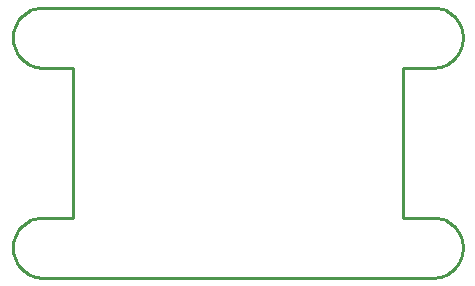
<source format=gbr>
G04 EAGLE Gerber RS-274X export*
G75*
%MOMM*%
%FSLAX34Y34*%
%LPD*%
%IN*%
%IPPOS*%
%AMOC8*
5,1,8,0,0,1.08239X$1,22.5*%
G01*
%ADD10C,0.254000*%


D10*
X-190500Y-88900D02*
X-190403Y-91114D01*
X-190114Y-93311D01*
X-189635Y-95474D01*
X-188968Y-97587D01*
X-188120Y-99635D01*
X-187097Y-101600D01*
X-185906Y-103469D01*
X-184558Y-105227D01*
X-183061Y-106861D01*
X-181427Y-108358D01*
X-179669Y-109706D01*
X-177800Y-110897D01*
X-175835Y-111920D01*
X-173787Y-112768D01*
X-171674Y-113435D01*
X-169511Y-113914D01*
X-167314Y-114203D01*
X-165100Y-114300D01*
X165100Y-114300D01*
X167314Y-114203D01*
X169511Y-113914D01*
X171674Y-113435D01*
X173787Y-112768D01*
X175835Y-111920D01*
X177800Y-110897D01*
X179669Y-109706D01*
X181427Y-108358D01*
X183061Y-106861D01*
X184558Y-105227D01*
X185906Y-103469D01*
X187097Y-101600D01*
X188120Y-99635D01*
X188968Y-97587D01*
X189635Y-95474D01*
X190114Y-93311D01*
X190403Y-91114D01*
X190500Y-88900D01*
X190403Y-86686D01*
X190114Y-84489D01*
X189635Y-82326D01*
X188968Y-80213D01*
X188120Y-78166D01*
X187097Y-76200D01*
X185906Y-74331D01*
X184558Y-72573D01*
X183061Y-70940D01*
X181427Y-69442D01*
X179669Y-68094D01*
X177800Y-66903D01*
X175835Y-65880D01*
X173787Y-65032D01*
X171674Y-64365D01*
X169511Y-63886D01*
X167314Y-63597D01*
X165100Y-63500D01*
X139700Y-63500D01*
X139700Y63500D01*
X165100Y63500D01*
X167314Y63597D01*
X169511Y63886D01*
X171674Y64365D01*
X173787Y65032D01*
X175835Y65880D01*
X177800Y66903D01*
X179669Y68094D01*
X181427Y69442D01*
X183061Y70940D01*
X184558Y72573D01*
X185906Y74331D01*
X187097Y76200D01*
X188120Y78166D01*
X188968Y80213D01*
X189635Y82326D01*
X190114Y84489D01*
X190403Y86686D01*
X190500Y88900D01*
X190403Y91114D01*
X190114Y93311D01*
X189635Y95474D01*
X188968Y97587D01*
X188120Y99635D01*
X187097Y101600D01*
X185906Y103469D01*
X184558Y105227D01*
X183061Y106861D01*
X181427Y108358D01*
X179669Y109706D01*
X177800Y110897D01*
X175835Y111920D01*
X173787Y112768D01*
X171674Y113435D01*
X169511Y113914D01*
X167314Y114203D01*
X165100Y114300D01*
X-165100Y114300D01*
X-167314Y114203D01*
X-169511Y113914D01*
X-171674Y113435D01*
X-173787Y112768D01*
X-175835Y111920D01*
X-177800Y110897D01*
X-179669Y109706D01*
X-181427Y108358D01*
X-183061Y106861D01*
X-184558Y105227D01*
X-185906Y103469D01*
X-187097Y101600D01*
X-188120Y99635D01*
X-188968Y97587D01*
X-189635Y95474D01*
X-190114Y93311D01*
X-190403Y91114D01*
X-190500Y88900D01*
X-190403Y86686D01*
X-190114Y84489D01*
X-189635Y82326D01*
X-188968Y80213D01*
X-188120Y78166D01*
X-187097Y76200D01*
X-185906Y74331D01*
X-184558Y72573D01*
X-183061Y70940D01*
X-181427Y69442D01*
X-179669Y68094D01*
X-177800Y66903D01*
X-175835Y65880D01*
X-173787Y65032D01*
X-171674Y64365D01*
X-169511Y63886D01*
X-167314Y63597D01*
X-165100Y63500D01*
X-139700Y63500D01*
X-139700Y-63500D01*
X-165100Y-63500D01*
X-167314Y-63597D01*
X-169511Y-63886D01*
X-171674Y-64365D01*
X-173787Y-65032D01*
X-175835Y-65880D01*
X-177800Y-66903D01*
X-179669Y-68094D01*
X-181427Y-69442D01*
X-183061Y-70940D01*
X-184558Y-72573D01*
X-185906Y-74331D01*
X-187097Y-76200D01*
X-188120Y-78166D01*
X-188968Y-80213D01*
X-189635Y-82326D01*
X-190114Y-84489D01*
X-190403Y-86686D01*
X-190500Y-88900D01*
M02*

</source>
